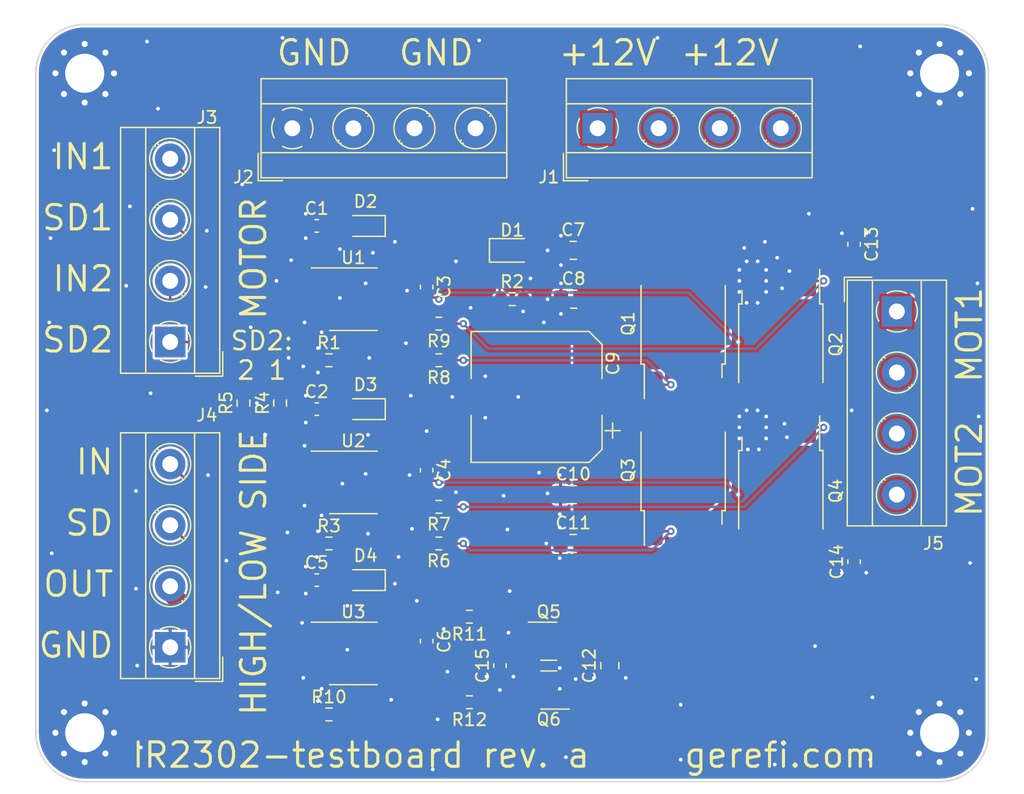
<source format=kicad_pcb>
(kicad_pcb (version 20221018) (generator pcbnew)
  (title_block (title "IR2302-testboard") (date "2023-04-14") (rev "Rev. a") (company "http://gerefi.com/"))
  (layers (0 "F.Cu" signal) (31 "B.Cu" signal) (34 "B.Paste" user) (35 "F.Paste" user) (36 "B.SilkS" user "B.Silkscreen") (37 "F.SilkS" user "F.Silkscreen") (38 "B.Mask" user) (39 "F.Mask" user) (44 "Edge.Cuts" user))
  (net 0 "")
  (net 1 "GND")
  (net 2 "+12V")
  (net 3 "Net-(D2-K)")
  (net 4 "Net-(J5-Pin_3)")
  (net 5 "Net-(D3-K)")
  (net 6 "Net-(J5-Pin_1)")
  (net 7 "Net-(D4-K)")
  (net 8 "Net-(J4-Pin_2)")
  (net 9 "Net-(D1-K)")
  (net 10 "Net-(J3-Pin_1)")
  (net 11 "Net-(J3-Pin_2)")
  (net 12 "Net-(J3-Pin_3)")
  (net 13 "Net-(J3-Pin_4)")
  (net 14 "Net-(J4-Pin_3)")
  (net 15 "Net-(J4-Pin_4)")
  (net 16 "Net-(Q1-G)")
  (net 17 "Net-(Q2-G)")
  (net 18 "Net-(Q3-G)")
  (net 19 "Net-(Q4-G)")
  (net 20 "Net-(Q5-G)")
  (net 21 "Net-(Q6-G)")
  (net 22 "Net-(U2-~{SD})")
  (net 23 "Net-(U2-HO)")
  (net 24 "Net-(U2-LO)")
  (net 25 "Net-(U1-HO)")
  (net 26 "Net-(U1-LO)")
  (net 27 "Net-(U3-HO)")
  (net 28 "Net-(U3-LO)")
  (footprint "Capacitor_SMD:C_0805_2012Metric_Pad1.18x1.45mm_HandSolder" (layer "F.Cu") (at 117 134.5 90)
    (fp_text reference "C12")
    (fp_text value "10u")
  )
  (footprint "Capacitor_SMD:C_0603_1608Metric_Pad1.08x0.95mm_HandSolder" (layer "F.Cu") (at 108 134.5 90)
    (fp_text reference "C15")
    (fp_text value "10n")
  )
  (footprint "Package_TO_SOT_SMD:TO-252-2" (layer "F.Cu") (at 123 106.5 90)
    (fp_text reference "Q1")
    (fp_text value "IRFR7440")
  )
  (footprint "Capacitor_SMD:C_0603_1608Metric_Pad1.08x0.95mm_HandSolder" (layer "F.Cu") (at 93 113.5)
    (fp_text reference "C2")
    (fp_text value "100n")
  )
  (footprint "Resistor_SMD:R_0603_1608Metric" (layer "F.Cu") (at 103 121.5 180)
    (fp_text reference "R7")
    (fp_text value "10")
  )
  (footprint "Capacitor_SMD:C_0603_1608Metric_Pad1.08x0.95mm_HandSolder" (layer "F.Cu") (at 102 132.5 -90)
    (fp_text reference "C6")
    (fp_text value "100n")
  )
  (footprint "Package_TO_SOT_SMD:TO-252-2" (layer "F.Cu") (at 131 120.2 -90)
    (fp_text reference "Q4")
    (fp_text value "IRFR7440")
  )
  (footprint "MountingHole:MountingHole_3.2mm_M3_Pad_Via" (layer "F.Cu") (at 144 140)
    (fp_text reference "H1" hide)
    (fp_text value "MountingHole_Pad")
  )
  (footprint "TerminalBlock_MetzConnect:TerminalBlock_MetzConnect_Type055_RT01504HDWU_1x04_P5.00mm_Horizontal" (layer "F.Cu") (at 116 90.5)
    (fp_text reference "J1")
    (fp_text value "Screw_Terminal_01x04")
  )
  (footprint "Capacitor_SMD:C_0603_1608Metric_Pad1.08x0.95mm_HandSolder" (layer "F.Cu") (at 102 103.5 -90)
    (fp_text reference "C3")
    (fp_text value "100n")
  )
  (footprint "Capacitor_SMD:C_0603_1608Metric_Pad1.08x0.95mm_HandSolder" (layer "F.Cu") (at 93 98.5)
    (fp_text reference "C1")
    (fp_text value "100n")
  )
  (footprint "Resistor_SMD:R_0603_1608Metric_Pad0.98x0.95mm_HandSolder" (layer "F.Cu") (at 94 138.5)
    (fp_text reference "R10")
    (fp_text value "4.7k")
  )
  (footprint "Resistor_SMD:R_0603_1608Metric_Pad0.98x0.95mm_HandSolder" (layer "F.Cu") (at 109 104.5)
    (fp_text reference "R2")
    (fp_text value "4.7k")
  )
  (footprint "TerminalBlock_MetzConnect:TerminalBlock_MetzConnect_Type055_RT01504HDWU_1x04_P5.00mm_Horizontal" (layer "F.Cu") (at 81 108 90)
    (fp_text reference "J3")
    (fp_text value "Screw_Terminal_01x04")
  )
  (footprint "LED_SMD:LED_0805_2012Metric_Pad1.15x1.40mm_HandSolder" (layer "F.Cu") (at 109 100.5)
    (fp_text reference "D1")
    (fp_text value "Green")
  )
  (footprint "MountingHole:MountingHole_3.2mm_M3_Pad_Via" (layer "F.Cu") (at 144 86)
    (fp_text reference "H2" hide)
    (fp_text value "MountingHole_Pad")
  )
  (footprint "Capacitor_SMD:C_0603_1608Metric_Pad1.08x0.95mm_HandSolder" (layer "F.Cu") (at 102 118.5 -90)
    (fp_text reference "C4")
    (fp_text value "100n")
  )
  (footprint "Capacitor_SMD:C_0805_2012Metric_Pad1.18x1.45mm_HandSolder" (layer "F.Cu") (at 114 100.5)
    (fp_text reference "C7")
    (fp_text value "10u")
  )
  (footprint "Capacitor_SMD:C_0805_2012Metric_Pad1.18x1.45mm_HandSolder" (layer "F.Cu") (at 114 120.5)
    (fp_text reference "C10")
    (fp_text value "10u")
  )
  (footprint "Resistor_SMD:R_0603_1608Metric_Pad0.98x0.95mm_HandSolder" (layer "F.Cu") (at 94 109.5)
    (fp_text reference "R1")
    (fp_text value "4.7k")
  )
  (footprint "TerminalBlock_MetzConnect:TerminalBlock_MetzConnect_Type055_RT01504HDWU_1x04_P5.00mm_Horizontal" (layer "F.Cu") (at 81 133 90)
    (fp_text reference "J4")
    (fp_text value "Screw_Terminal_01x04")
  )
  (footprint "Package_TO_SOT_SMD:SOT-23" (layer "F.Cu") (at 112 132.5)
    (fp_text reference "Q5")
    (fp_text value "AO3400A")
  )
  (footprint "Package_SO:SO-8_3.9x4.9mm_P1.27mm" (layer "F.Cu") (at 96 119.5)
    (fp_text reference "U2")
    (fp_text value "IR2302")
  )
  (footprint "Diode_SMD:D_SOD-323" (layer "F.Cu") (at 97 127.5 180)
    (fp_text reference "D4")
    (fp_text value "1N5819WS")
  )
  (footprint "TerminalBlock_MetzConnect:TerminalBlock_MetzConnect_Type055_RT01504HDWU_1x04_P5.00mm_Horizontal" (layer "F.Cu") (at 91 90.5)
    (fp_text reference "J2")
    (fp_text value "Screw_Terminal_01x04")
  )
  (footprint "Resistor_SMD:R_0603_1608Metric_Pad0.98x0.95mm_HandSolder" (layer "F.Cu") (at 90 113 90)
    (fp_text reference "R4")
    (fp_text value "0")
  )
  (footprint "Resistor_SMD:R_0603_1608Metric" (layer "F.Cu") (at 105.5 130.5 180)
    (fp_text reference "R11")
    (fp_text value "10")
  )
  (footprint "Resistor_SMD:R_0603_1608Metric_Pad0.98x0.95mm_HandSolder" (layer "F.Cu") (at 87 113 90)
    (fp_text reference "R5")
    (fp_text value "DNP")
  )
  (footprint "Diode_SMD:D_SOD-323" (layer "F.Cu") (at 97 98.5 180)
    (fp_text reference "D2")
    (fp_text value "1N5819WS")
  )
  (footprint "Resistor_SMD:R_0603_1608Metric_Pad0.98x0.95mm_HandSolder" (layer "F.Cu") (at 94 124.5)
    (fp_text reference "R3")
    (fp_text value "4.7k")
  )
  (footprint "Package_TO_SOT_SMD:TO-252-2" (layer "F.Cu") (at 123 118.5 90)
    (fp_text reference "Q3")
    (fp_text value "IRFR7440")
  )
  (footprint "Capacitor_SMD:C_0805_2012Metric_Pad1.18x1.45mm_HandSolder" (layer "F.Cu") (at 114.0375 104.5)
    (fp_text reference "C8")
    (fp_text value "10u")
  )
  (footprint "Package_SO:SO-8_3.9x4.9mm_P1.27mm" (layer "F.Cu") (at 96 133.5)
    (fp_text reference "U3")
    (fp_text value "IR2302")
  )
  (footprint "Resistor_SMD:R_0603_1608Metric" (layer "F.Cu") (at 103 109.5 180)
    (fp_text reference "R8")
    (fp_text value "10")
  )
  (footprint "Package_SO:SO-8_3.9x4.9mm_P1.27mm" (layer "F.Cu") (at 96 104.5)
    (fp_text reference "U1")
    (fp_text value "IR2302")
  )
  (footprint "Capacitor_SMD:C_0603_1608Metric_Pad1.08x0.95mm_HandSolder" (layer "F.Cu") (at 137 100 -90)
    (fp_text reference "C13")
    (fp_text value "10n")
  )
  (footprint "Package_TO_SOT_SMD:SOT-23" (layer "F.Cu") (at 112 136.5 180)
    (fp_text reference "Q6")
    (fp_text value "AO3400A")
  )
  (footprint "Diode_SMD:D_SOD-323" (layer "F.Cu") (at 97 113.5 180)
    (fp_text reference "D3")
    (fp_text value "1N5819WS")
  )
  (footprint "MountingHole:MountingHole_3.2mm_M3_Pad_Via" (layer "F.Cu") (at 74 140)
    (fp_text reference "H3" hide)
    (fp_text value "MountingHole_Pad")
  )
  (footprint "Resistor_SMD:R_0603_1608Metric" (layer "F.Cu") (at 103 124.5 180)
    (fp_text reference "R6")
    (fp_text value "10")
  )
  (footprint "Capacitor_SMD:C_0603_1608Metric_Pad1.08x0.95mm_HandSolder" (layer "F.Cu") (at 93 127.5)
    (fp_text reference "C5")
    (fp_text value "100n")
  )
  (footprint "MountingHole:MountingHole_3.2mm_M3_Pad_Via" (layer "F.Cu") (at 74 86)
    (fp_text reference "H4" hide)
    (fp_text value "MountingHole_Pad")
  )
  (footprint "Resistor_SMD:R_0603_1608Metric" (layer "F.Cu") (at 105.5 137.5 180)
    (fp_text reference "R12")
    (fp_text value "10")
  )
  (footprint "Package_TO_SOT_SMD:TO-252-2" (layer "F.Cu") (at 131 108.2 -90)
    (fp_text reference "Q2")
    (fp_text value "IRFR7440")
  )
  (footprint "Capacitor_SMD:C_0603_1608Metric_Pad1.08x0.95mm_HandSolder" (layer "F.Cu") (at 137 126 90)
    (fp_text reference "C14")
    (fp_text value "10n")
  )
  (footprint "TerminalBlock_MetzConnect:TerminalBlock_MetzConnect_Type055_RT01504HDWU_1x04_P5.00mm_Horizontal" (layer "F.Cu") (at 140.5 105.5 -90)
    (fp_text reference "J5")
    (fp_text value "Screw_Terminal_01x04")
  )
  (footprint "Resistor_SMD:R_0603_1608Metric" (layer "F.Cu") (at 103 106.5 180)
    (fp_text reference "R9")
    (fp_text value "10")
  )
  (footprint "Capacitor_SMD:C_0805_2012Metric_Pad1.18x1.45mm_HandSolder" (layer "F.Cu") (at 114 124.5)
    (fp_text reference "C11")
    (fp_text value "10u")
  )
  (footprint "Capacitor_SMD:CP_Elec_10x10.5" (layer "F.Cu") (at 111 112.5 180)
    (fp_text reference "C9")
    (fp_text value "470u")
  )
  (gr_line (start 144 82) (end 74 82) (stroke (width 0.127)) (layer "Edge.Cuts"))
  (gr_arc (start 144 82) (mid 146.828427 83.171573) (end 148 86) (stroke (width 0.127)) (layer "Edge.Cuts"))
  (gr_arc (start 74 144) (mid 71.171573 142.828427) (end 70 140) (stroke (width 0.127)) (layer "Edge.Cuts"))
  (gr_arc (start 148 140) (mid 146.828427 142.828427) (end 144 144) (stroke (width 0.127)) (layer "Edge.Cuts"))
  (gr_line (start 74 144) (end 144 144) (stroke (width 0.127)) (layer "Edge.Cuts"))
  (gr_arc (start 70 86) (mid 71.171573 83.171573) (end 74 82) (stroke (width 0.127)) (layer "Edge.Cuts"))
  (gr_line (start 70 86) (end 70 140) (stroke (width 0.127)) (layer "Edge.Cuts"))
  (gr_line (start 148 140) (end 148 86) (stroke (width 0.127)) (layer "Edge.Cuts"))
  (gr_text "GND" (at 96 85.5) (layer "F.SilkS") (effects (font (size 2 2) (thickness 0.25)) (justify right bottom)))
  (gr_text "MOT2" (at 147.606585 114.346857 90) (layer "F.SilkS") (effects (font (size 2 2) (thickness 0.25)) (justify right bottom)))
  (gr_text "GND" (at 106 85.5) (layer "F.SilkS") (effects (font (size 2 2) (thickness 0.25)) (justify right bottom)))
  (gr_text "SD" (at 76.5 124) (layer "F.SilkS") (effects (font (size 2 2) (thickness 0.25)) (justify right bottom)))
  (gr_text "IN" (at 76.5 119) (layer "F.SilkS") (effects (font (size 2 2) (thickness 0.25)) (justify right bottom)))
  (gr_text "OUT" (at 76.5 129) (layer "F.SilkS") (effects (font (size 2 2) (thickness 0.25)) (justify right bottom)))
  (gr_text "SD2" (at 76.5 109) (layer "F.SilkS") (effects (font (size 2 2) (thickness 0.25)) (justify right bottom)))
  (gr_text "MOT1" (at 147.606585 103.346857 90) (layer "F.SilkS") (effects (font (size 2 2) (thickness 0.25)) (justify right bottom)))
  (gr_text "IN1" (at 76.5 94) (layer "F.SilkS") (effects (font (size 2 2) (thickness 0.25)) (justify right bottom)))
  (gr_text "SD2:\n2 1" (at 88.5 111.2) (layer "F.SilkS") (effects (font (size 1.5 1.5) (thickness 0.2)) (justify bottom)))
  (gr_text "GND" (at 76.5 134) (layer "F.SilkS") (effects (font (size 2 2) (thickness 0.25)) (justify right bottom)))
  (gr_text "IN2" (at 76.5 104) (layer "F.SilkS") (effects (font (size 2 2) (thickness 0.25)) (justify right bottom)))
  (gr_text "+12V" (at 131 85.5) (layer "F.SilkS") (effects (font (size 2 2) (thickness 0.25)) (justify right bottom)))
  (gr_text "+12V" (at 121 85.5) (layer "F.SilkS") (effects (font (size 2 2) (thickness 0.25)) (justify right bottom)))
  (gr_text "MOTOR" (at 89 96 90) (layer "F.SilkS") (effects (font (size 2 2) (thickness 0.25)) (justify right bottom)))
  (gr_text "HIGH/LOW SIDE" (at 89 115 90) (layer "F.SilkS") (effects (font (size 2 2) (thickness 0.25)) (justify right bottom)))
  (gr_text "SD1" (at 76.5 99) (layer "F.SilkS") (effects (font (size 2 2) (thickness 0.25)) (justify right bottom)))
  (gr_text "gerefi.com" (at 139 143) (layer "F.SilkS") (effects (font (size 2 2) (thickness 0.25)) (justify right bottom)))
  (gr_text "IR2302-testboard rev. a" (at 115.5 143) (layer "F.SilkS") (effects (font (size 2 2) (thickness 0.25)) (justify right bottom)))
  (via (at 129.8 115.9) (size 0.6) (drill 0.3) (layers "F.Cu" "B.Cu") (net 1))
  (via (at 93.4 122.2) (size 0.6) (drill 0.3) (layers "F.Cu" "B.Cu") (net 1))
  (via (at 138 99.1) (size 0.6) (drill 0.3) (layers "F.Cu" "B.Cu") (net 1))
  (via (at 100.7 112.4) (size 0.6) (drill 0.3) (layers "F.Cu" "B.Cu") (net 1))
  (via (at 84.1 118.9) (size 0.6) (drill 0.3) (layers "F.Cu" "B.Cu") (net 1))
  (via (at 95.5 129.6) (size 0.6) (drill 0.3) (layers "F.Cu" "B.Cu") (net 1))
  (via (at 77.7 96.9) (size 0.6) (drill 0.3) (layers "F.Cu" "B.Cu") (net 1))
  (via (at 106.3 83.3) (size 0.6) (drill 0.3) (layers "F.Cu" "B.Cu") (net 1))
  (via (at 113 101.7) (size 0.6) (drill 0.3) (layers "F.Cu" "B.Cu") (net 1))
  (via (at 102 115.3) (size 0.6) (drill 0.3) (layers "F.Cu" "B.Cu") (net 1))
  (via (at 92.1 128.6) (size 0.6) (drill 0.3) (layers "F.Cu" "B.Cu") (net 1))
  (via (at 108.8 128.4) (size 0.6) (drill 0.3) (layers "F.Cu" "B.Cu") (net 1))
  (via (at 127.6 114.1) (size 0.6) (drill 0.3) (layers "F.Cu" "B.Cu") (net 1))
  (via (at 138 126.9) (size 0.6) (drill 0.3) (layers "F.Cu" "B.Cu") (net 1))
  (via (at 89.8 128.5) (size 0.6) (drill 0.3) (layers "F.Cu" "B.Cu") (net 1))
  (via (at 129.8 114.1) (size 0.6) (drill 0.3) (layers "F.Cu" "B.Cu") (net 1))
  (via (at 91.9 110) (size 0.6) (drill 0.3) (layers "F.Cu" "B.Cu") (net 1))
  (via (at 90.6 123.6) (size 0.6) (drill 0.3) (layers "F.Cu" "B.Cu") (net 1))
  (via (at 97 103.2) (size 0.6) (drill 0.3) (layers "F.Cu" "B.Cu") (net 1))
  (via (at 93.4 136.4) (size 0.6) (drill 0.3) (layers "F.Cu" "B.Cu") (net 1))
  (via (at 92.1 126.4) (size 0.6) (drill 0.3) (layers "F.Cu" "B.Cu") (net 1))
  (via (at 92.1 114.6) (size 0.6) (drill 0.3) (layers "F.Cu" "B.Cu") (net 1))
  (via (at 108.612116 123.356209) (size 0.6) (drill 0.3) (layers "F.Cu" "B.Cu") (net 1))
  (via (at 108.7 131.8) (size 0.6) (drill 0.3) (layers "F.Cu" "B.Cu") (net 1))
  (via (at 77.4 103.4) (size 0.6) (drill 0.3) (layers "F.Cu" "B.Cu") (net 1))
  (via (at 128.2 101.4) (size 0.6) (drill 0.3) (layers "F.Cu" "B.Cu") (net 1))
  (via (at 138.3 142.2) (size 0.6) (drill 0.3) (layers "F.Cu" "B.Cu") (net 1))
  (via (at 129.1 113.6) (size 0.6) (drill 0.3) (layers "F.Cu" "B.Cu") (net 1))
  (via (at 112.9 136.4) (size 0.6) (drill 0.3) (layers "F.Cu" "B.Cu") (net 1))
  (via (at 133.3 97.5) (size 0.6) (drill 0.3) (layers "F.Cu" "B.Cu") (net 1))
  (via (at 71.5 92.3) (size 0.6) (drill 0.3) (layers "F.Cu" "B.Cu") (net 1))
  (via (at 93.1 108.5) (size 0.6) (drill 0.3) (layers "F.Cu" "B.Cu") (net 1))
  (via (at 130.7 101.1) (size 0.6) (drill 0.3) (layers "F.Cu" "B.Cu") (net 1))
  (via (at 93 125.6) (size 0.6) (drill 0.3) (layers "F.Cu" "B.Cu") (net 1))
  (via (at 103.4 131.5) (size 0.6) (drill 0.3) (layers "F.Cu" "B.Cu") (net 1))
  (via (at 90.9 101.3) (size 0.6) (drill 0.3) (layers "F.Cu" "B.Cu") (net 1))
  (via (at 90.2 83.1) (size 0.6) (drill 0.3) (layers "F.Cu" "B.Cu") (net 1))
  (via (at 85.6 125.9) (size 0.6) (drill 0.3) (layers "F.Cu" "B.Cu") (net 1))
  (via (at 111.6 106.4) (size 0.6) (drill 0.3) (layers "F.Cu" "B.Cu") (net 1))
  (via (at 92.1 112.4) (size 0.6) (drill 0.3) (layers "F.Cu" "B.Cu") (net 1))
  (via (at 127.6 103) (size 0.6) (drill 0.3) (layers "F.Cu" "B.Cu") (net 1))
  (via (at 93.1 123.5) (size 0.6) (drill 0.3) (layers "F.Cu" "B.Cu") (net 1))
  (via (at 83.9 103.5) (size 0.6) (drill 0.3) (layers "F.Cu" "B.Cu") (net 1))
  (via (at 136.8 113.6) (size 0.6) (drill 0.3) (layers "F.Cu" "B.Cu") (net 1))
  (via (at 92 106.4) (size 0.6) (drill 0.3) (layers "F.Cu" "B.Cu") (net 1))
  (via (at 127.6 103.9) (size 0.6) (drill 0.3) (layers "F.Cu" "B.Cu") (net 1))
  (via (at 118.3 135.5) (size 0.6) (drill 0.3) (layers "F.Cu" "B.Cu") (net 1))
  (via (at 129.7 99.8) (size 0.6) (drill 0.3) (layers "F.Cu" "B.Cu") (net 1))
  (via (at 84 98.9) (size 0.6) (drill 0.3) (layers "F.Cu" "B.Cu") (net 1))
  (via (at 128.2 113.6) (size 0.6) (drill 0.3) (layers "F.Cu" "B.Cu") (net 1))
  (via (at 127.6 115) (size 0.6) (drill 0.3) (layers "F.Cu" "B.Cu") (net 1))
  (via (at 94.9 104.4) (size 0.6) (drill 0.3) (layers "F.Cu" "B.Cu") (net 1))
  (via (at 110.5 102.8) (size 0.6) (drill 0.3) (layers "F.Cu" "B.Cu") (net 1))
  (via (at 112.9 118.9) (size 0.6) (drill 0.3) (layers "F.Cu" "B.Cu") (net 1))
  (via (at 106.8 114.2) (size 0.6) (drill 0.3) (layers "F.Cu" "B.Cu") (net 1))
  (via (at 129.1 101.4) (size 0.6) (drill 0.3) (layers "F.Cu" "B.Cu") (net 1))
  (via (at 93.4 107.2) (size 0.6) (drill 0.3) (layers "F.Cu" "B.Cu") (net 1))
  (via (at 91.8 131) (size 0.6) (drill 0.3) (layers "F.Cu" "B.Cu") (net 1))
  (via (at 78.2 120.2) (size 0.6) (drill 0.3) (layers "F.Cu" "B.Cu") (net 1))
  (via (at 100.3 108.1) (size 0.6) (drill 0.3) (layers "F.Cu" "B.Cu") (net 1))
  (via (at 128.3 116.8) (size 0.6) (drill 0.3) (layers "F.Cu" "B.Cu") (net 1))
  (via (at 111.2 118.7) (size 0.6) (drill 0.3) (layers "F.Cu" "B.Cu") (net 1))
  (via (at 147 135.6) (size 0.6) (drill 0.3) (layers "F.Cu" "B.Cu") (net 1))
  (via (at 102.5 143) (size 0.6) (drill 0.3) (layers "F.Cu" "B.Cu") (net 1))
  (via (at 86.9 95.1) (size 0.6) (drill 0.3) (layers "F.Cu" "B.Cu") (net 1))
  (via (at 79.4 112.2) (size 0.6) (drill 0.3) (layers "F.Cu" "B.Cu") (net 1))
  (via (at 95.5 133.2) (size 0.6) (drill 0.3) (layers "F.Cu" "B.Cu") (net 1))
  (via (at 108.3 120.6) (size 0.6) (drill 0.3) (layers "F.Cu" "B.Cu") (net 1))
  (via (at 136 99.1) (size 0.6) (drill 0.3) (layers "F.Cu" "B.Cu") (net 1))
  (via (at 146.5 126.1) (size 0.6) (drill 0.3) (layers "F.Cu" "B.Cu") (net 1))
  (via (at 112.9 122.1) (size 0.6) (drill 0.3) (layers "F.Cu" "B.Cu") (net 1))
  (via (at 99.1 137.3) (size 0.6) (drill 0.3) (layers "F.Cu" "B.Cu") (net 1))
  (via (at 122.8 142.2) (size 0.6) (drill 0.3) (layers "F.Cu" "B.Cu") (net 1))
  (via (at 113.4 142) (size 0.6) (drill 0.3) (layers "F.Cu" "B.Cu") (net 1))
  (via (at 97.3 109.3) (size 0.6) (drill 0.3) (layers "F.Cu" "B.Cu") (net 1))
  (via (at 78.2 128.2) (size 0.6) (drill 0.3) (layers "F.Cu" "B.Cu") (net 1))
  (via (at 138.5 137.1) (size 0.6) (drill 0.3) (layers "F.Cu" "B.Cu") (net 1))
  (via (at 100.6 118.9) (size 0.6) (drill 0.3) (layers "F.Cu" "B.Cu") (net 1))
  (via (at 92.1 97.5) (size 0.6) (drill 0.3) (layers "F.Cu" "B.Cu") (net 1))
  (via (at 92 116.5) (size 0.6) (drill 0.3) (layers "F.Cu" "B.Cu") (net 1))
  (via (at 112.9 134.7) (size 0.6) (drill 0.3) (layers "F.Cu" "B.Cu") (net 1))
  (via (at 114.2 135.6) (size 0.6) (drill 0.3) (layers "F.Cu" "B.Cu") (net 1))
  (via (at 131.5 115.8) (size 0.6) (drill 0.3) (layers "F.Cu" "B.Cu") (net 1))
  (via (at 87.6 106.8) (size 0.6) (drill 0.3) (layers "F.Cu" "B.Cu") (net 1))
  (via (at 89.7 103) (size 0.6) (drill 0.3) (layers "F.Cu" "B.Cu") (net 1))
  (via (at 131.1 103.6) (size 0.6) (drill 0.3) (layers "F.Cu" "B.Cu") (net 1))
  (via (at 71.2 99.5) (size 0.6) (drill 0.3) (layers "F.Cu" "B.Cu") (net 1))
  (via (at 93.1 137.4) (size 0.6) (drill 0.3) (layers "F.Cu" "B.Cu") (net 1))
  (via (at 92.1 99.5) (size 0.6) (drill 0.3) (layers "F.Cu" "B.Cu") (net 1))
  (via (at 97.6 100.7) (size 0.6) (drill 0.3) (layers "F.Cu" "B.Cu") (net 1))
  (via (at 106.9 135.4) (size 0.6) (drill 0.3) (layers "F.Cu" "B.Cu") (net 1))
  (via (at 130.5 142.6) (size 0.6) (drill 0.3) (layers "F.Cu" "B.Cu") (net 1))
  (via (at 104.4 101.4) (size 0.6) (drill 0.3) (layers "F.Cu" "B.Cu") (net 1))
  (via (at 137.5 83.8) (size 0.6) (drill 0.3) (layers "F.Cu" "B.Cu") (net 1))
  (via (at 103.7 135) (size 0.6) (drill 0.3) (layers "F.Cu" "B.Cu") (net 1))
  (via (at 113 103.2) (size 0.6) (drill 0.3) (layers "F.Cu" "B.Cu") (net 1))
  (via (at 127.6 115.9) (size 0.6) (drill 0.3) (layers "F.Cu" "B.Cu") (net 1))
  (via (at 113 105.7) (size 0.6) (drill 0.3) (layers "F.Cu" "B.Cu") (net 1))
  (via (at 97.2 115.6) (size 0.6) (drill 0.3) (layers "F.Cu" "B.Cu") (net 1))
  (via (at 108 136.5) (size 0.6) (drill 0.3) (layers "F.Cu" "B.Cu") (net 1))
  (via (at 94.9 100.4) (size 0.6) (drill 0.3) (layers "F.Cu" "B.Cu") (net 1))
  (via (at 90.7 109.3) (size 0.6) (drill 0.3) (layers "F.Cu" "B.Cu") (net 1))
  (via (at 109.1 135.4) (size 0.6) (drill 0.3) (layers "F.Cu" "B.Cu") (net 1))
  (via (at 109.5 112.5) (size 0.6) (drill 0.3) (layers "F.Cu" "B.Cu") (net 1))
  (via (at 111.9 104.5) (size 0.6) (drill 0.3) (layers "F.Cu" "B.Cu") (net 1))
  (via (at 147.2 114.1) (size 0.6) (drill 0.3) (layers "F.Cu" "B.Cu") (net 1))
  (via (at 99.4 127.8) (size 0.6) (drill 0.3) (layers "F.Cu" "B.Cu") (net 1))
  (via (at 113 99.3) (size 0.6) (drill 0.3) (layers "F.Cu" "B.Cu") (net 1))
  (via (at 131.7 102.2) (size 0.6) (drill 0.3) (layers "F.Cu" "B.Cu") (net 1))
  (via (at 128.2 104.8) (size 0.6) (drill 0.3) (layers "F.Cu" "B.Cu") (net 1))
  (via (at 122.8 137.7) (size 0.6) (drill 0.3) (layers "F.Cu" "B.Cu") (net 1))
  (via (at 101.2 129.2) (size 0.6) (drill 0.3) (layers "F.Cu" "B.Cu") (net 1))
  (via (at 136 126.9) (size 0.6) (drill 0.3) (layers "F.Cu" "B.Cu") (net 1))
  (via (at 111.9 100.5) (size 0.6) (drill 0.3) (layers "F.Cu" "B.Cu") (net 1))
  (via (at 102.9 138.9) (size 0.6) (drill 0.3) (layers "F.Cu" "B.Cu") (net 1))
  (via (at 111.9 120.4) (size 0.6) (drill 0.3) (layers "F.Cu" "B.Cu") (net 1))
  (via (at 99.7 125.6) (size 0.6) (drill 0.3) (layers "F.Cu" "B.Cu") (net 1))
  (via (at 78.6 141.2) (size 0.6) (drill 0.3) (layers "F.Cu" "B.Cu") (net 1))
  (via (at 133.8 132.9) (size 0.6) (drill 0.3) (layers "F.Cu" "B.Cu") (net 1))
  (via (at 146.7 97.1) (size 0.6) (drill 0.3) (layers "F.Cu" "B.Cu") (net 1))
  (via (at 109.9 105.5) (size 0.6) (drill 0.3) (layers "F.Cu" "B.Cu") (net 1))
  (via (at 104.1 112.5) (size 0.6) (drill 0.3) (layers "F.Cu" "B.Cu") (net 1))
  (via (at 99.4 99.8) (size 0.6) (drill 0.3) (layers "F.Cu" "B.Cu") (net 1))
  (via (at 105.6 105.2) (size 0.6) (drill 0.3) (layers "F.Cu" "B.Cu") (net 1))
  (via (at 112.9 125.7) (size 0.6) (drill 0.3) (layers "F.Cu" "B.Cu") (net 1))
  (via (at 95.1 119.6) (size 0.6) (drill 0.3) (layers "F.Cu" "B.Cu") (net 1))
  (via (at 131.3 114.7) (size 0.6) (drill 0.3) (layers "F.Cu" "B.Cu") (net 1))
  (via (at 115.7 135.5) (size 0.6) (drill 0.3) (layers "F.Cu" "B.Cu") (net 1))
  (via (at 88.8 115.6) (size 0.6) (drill 0.3) (layers "F.Cu" "B.Cu") (net 1))
  (via (at 92 121.4) (size 0.6) (drill 0.3) (layers "F.Cu" "B.Cu") (net 1))
  (via (at 71.3 125.3) (size 0.6) (drill 0.3) (layers "F.Cu" "B.Cu") (net 1))
  (via (at 78.3 134.5) (size 0.6) (drill 0.3) (layers "F.Cu" "B.Cu") (net 1))
  (via (at 147.1 103.2) (size 0.6) (drill 0.3) (layers "F.Cu" "B.Cu") (net 1))
  (via (at 129.8 115) (size 0.6) (drill 0.3) (layers "F.Cu" "B.Cu") (net 1))
  (via (at 129.2 116.8) (size 0.6) (drill 0.3) (layers "F.Cu" "B.Cu") (net 1))
  (via (at 112.9 123.2) (size 0.6) (drill 0.3) (layers "F.Cu" "B.Cu") (net 1))
  (via (at 111.8 124.5) (size 0.6) (drill 0.3) (layers "F.Cu" "B.Cu") (net 1))
  (via (at 91.9 135.5) (size 0.6) (drill 0.3) (layers "F.Cu" "B.Cu") (net 1))
  (via (at 129.8 103) (size 0.6) (drill 0.3) (layers "F.Cu" "B.Cu") (net 1))
  (via (at 128 100.3) (size 0.6) (drill 0.3) (layers "F.Cu" "B.Cu") (net 1))
  (via (at 120.9 83.1) (size 0.6) (drill 0.3) (layers "F.Cu" "B.Cu") (net 1))
  (via (at 88.1 113) (size 0.6) (drill 0.3) (layers "F.Cu" "B.Cu") (net 1))
  (via (at 129.8 102.1) (size 0.6) (drill 0.3) (layers "F.Cu" "B.Cu") (net 1))
  (via (at 127.6 102.1) (size 0.6) (drill 0.3) (layers "F.Cu" "B.Cu") (net 1))
  (via (at 79.1 83.4) (size 0.6) (drill 0.3) (layers "F.Cu" "B.Cu") (net 1))
  (via (at 93.1 110.5) (size 0.6) (drill 0.3) (layers "F.Cu" "B.Cu") (net 1))
  (via (at 106.8 110.8) (size 0.6) (drill 0.3) (layers "F.Cu" "B.Cu") (net 1))
  (via (at 71.1 106.4) (size 0.6) (drill 0.3) (layers "F.Cu" "B.Cu") (net 1))
  (via (at 100.4 103.8) (size 0.6) (drill 0.3) (layers "F.Cu" "B.Cu") (net 1))
  (via (at 97 118.8) (size 0.6) (drill 0.3) (layers "F.Cu" "B.Cu") (net 1))
  (via (at 80 88.9) (size 0.6) (drill 0.3) (layers "F.Cu" "B.Cu") (net 1))
  (via (at 97.2 123.7) (size 0.6) (drill 0.3) (layers "F.Cu" "B.Cu") (net 1))
  (via (at 100.8 123.3) (size 0.6) (drill 0.3) (layers "F.Cu" "B.Cu") (net 1))
  (via (at 70.9 113.6) (size 0.6) (drill 0.3) (layers "F.Cu" "B.Cu") (net 1))
  (via (at 129.8 103.9) (size 0.6) (drill 0.3) (layers "F.Cu" "B.Cu") (net 1))
  (via (at 104.4 120.3) (size 0.6) (drill 0.3) (layers "F.Cu" "B.Cu") (net 1))
  (via (at 129.1 104.8) (size 0.6) (drill 0.3) (layers "F.Cu" "B.Cu") (net 1))
  (segment (start 93.8625 98.5) (end 93.425 98.9375) (width 0.5) (layer "F.Cu") (net 2))
  (segment (start 115.075 104.285757) (end 115.075 104.5) (width 0.5) (layer "F.Cu") (net 2))
  (segment (start 93.425 113.9375) (end 93.425 117.595) (width 0.5) (layer "F.Cu") (net 2))
  (segment (start 95.95 113.5) (end 95.95 98.5) (width 0.5) (layer "F.Cu") (net 2))
  (segment (start 95.95 127.5) (end 95.95 113.5) (width 0.5) (layer "F.Cu") (net 2))
  (segment (start 93.425 98.9375) (end 93.425 102.595) (width 0.5) (layer "F.Cu") (net 2))
  (segment (start 95.95 98.5) (end 93.8625 98.5) (width 0.5) (layer "F.Cu") (net 2))
  (segment (start 110.025 100.5) (end 107.4 97.875) (width 0.5) (layer "F.Cu") (net 2))
  (segment (start 93.8625 127.5) (end 95.95 127.5) (width 0.5) (layer "F.Cu") (net 2))
  (segment (start 107.4 97.875) (end 96.575 97.875) (width 0.5) (layer "F.Cu") (net 2))
  (segment (start 110.025 100.5) (end 112.0255 102.5005) (width 0.5) (layer "F.Cu") (net 2))
  (segment (start 93.425 131.595) (end 93.425 127.9375) (width 0.5) (layer "F.Cu") (net 2))
  (segment (start 113.289743 102.5005) (end 115.075 104.285757) (width 0.5) (layer "F.Cu") (net 2))
  (segment (start 96.575 97.875) (end 95.95 98.5) (width 0.5) (layer "F.Cu") (net 2))
  (segment (start 93.425 127.9375) (end 93.8625 127.5) (width 0.5) (layer "F.Cu") (net 2))
  (segment (start 95.95 113.5) (end 93.8625 113.5) (width 0.5) (layer "F.Cu") (net 2))
  (segment (start 93.8625 113.5) (end 93.425 113.9375) (width 0.5) (layer "F.Cu") (net 2))
  (segment (start 112.0255 102.5005) (end 113.289743 102.5005) (width 0.5) (layer "F.Cu") (net 2))
  (segment (start 98.05 98.5) (end 98.575 99.025) (width 0.2) (layer "F.Cu") (net 3))
  (segment (start 101.9575 102.595) (end 102 102.6375) (width 0.2) (layer "F.Cu") (net 3))
  (segment (start 98.575 99.025) (end 98.575 102.595) (width 0.2) (layer "F.Cu") (net 3))
  (segment (start 98.575 102.595) (end 101.9575 102.595) (width 0.2) (layer "F.Cu") (net 3))
  (segment (start 98.575 120.135) (end 101.2275 120.135) (width 0.2) (layer "F.Cu") (net 4))
  (segment (start 102 119.3625) (end 102.8625 119.3625) (width 0.2) (layer "F.Cu") (net 4))
  (segment (start 125.28 123.54) (end 129.07 123.54) (width 3) (layer "F.Cu") (net 4))
  (segment (start 125.28 123.54) (end 125.72 123.54) (width 3) (layer "F.Cu") (net 4))
  (segment (start 125.72 123.54) (end 129.475 119.785) (width 3) (layer "F.Cu") (net 4))
  (segment (start 102.8625 119.3625) (end 103 119.5) (width 0.2) (layer "F.Cu") (net 4))
  (segment (start 129.07 123.54) (end 129.475 123.135) (width 3) (layer "F.Cu") (net 4))
  (segment (start 101.2275 120.135) (end 102 119.3625) (width 0.2) (layer "F.Cu") (net 4))
  (via (at 127.5 120.5) (size 0.6) (drill 0.3) (layers "F.Cu" "B.Cu") (net 4))
  (via (at 103 119.5) (size 0.6) (drill 0.3) (layers "F.Cu" "B.Cu") (net 4))
  (segment (start 126.5 119.5) (end 127.5 120.5) (width 0.2) (layer "B.Cu") (net 4))
  (segment (start 103 119.5) (end 126.5 119.5) (width 0.2) (layer "B.Cu") (net 4))
  (segment (start 98.575 114.025) (end 98.575 117.595) (width 0.2) (layer "F.Cu") (net 5))
  (segment (start 98.575 117.595) (end 101.9575 117.595) (width 0.2) (layer "F.Cu") (net 5))
  (segment (start 101.9575 117.595) (end 102 117.6375) (width 0.2) (layer "F.Cu") (net 5))
  (segment (start 98.05 113.5) (end 98.575 114.025) (width 0.2) (layer "F.Cu") (net 5))
  (segment (start 138.5 105.5) (end 140.5 105.5) (width 1) (layer "F.Cu") (net 6))
  (segment (start 137 100.8625) (end 137 104) (width 1) (layer "F.Cu") (net 6))
  (segment (start 125.72 111.54) (end 129.475 107.785) (width 3) (layer "F.Cu") (net 6))
  (segment (start 102.8625 104.3625) (end 103 104.5) (width 0.2) (layer "F.Cu") (net 6))
  (segment (start 98.575 105.135) (end 101.2275 105.135) (width 0.2) (layer "F.Cu") (net 6))
  (segment (start 101.2275 105.135) (end 102 104.3625) (width 0.2) (layer "F.Cu") (net 6))
  (segment (start 125.28 111.54) (end 125.72 111.54) (width 3) (layer "F.Cu") (net 6))
  (segment (start 137 104) (end 138.5 105.5) (width 1) (layer "F.Cu") (net 6))
  (segment (start 102 104.3625) (end 102.8625 104.3625) (width 0.2) (layer "F.Cu") (net 6))
  (segment (start 129.07 111.54) (end 129.475 111.135) (width 3) (layer "F.Cu") (net 6))
  (segment (start 125.28 111.54) (end 129.07 111.54) (width 3) (layer "F.Cu") (net 6))
  (via (at 127.5 108) (size 0.6) (drill 0.3) (layers "F.Cu" "B.Cu") (net 6))
  (via (at 103 104.5) (size 0.6) (drill 0.3) (layers "F.Cu" "B.Cu") (net 6))
  (segment (start 103.5495 103.9505) (end 123.4505 103.9505) (width 0.2) (layer "B.Cu") (net 6))
  (segment (start 123.4505 103.9505) (end 127.5 108) (width 0.2) (layer "B.Cu") (net 6))
  (segment (start 103 104.5) (end 103.5495 103.9505) (width 0.2) (layer "B.Cu") (net 6))
  (segment (start 101.9575 131.595) (end 102 131.6375) (width 0.2) (layer "F.Cu") (net 7))
  (segment (start 98.575 131.595) (end 101.9575 131.595) (width 0.2) (layer "F.Cu") (net 7))
  (segment (start 98.05 127.5) (end 98.575 128.025) (width 0.2) (layer "F.Cu") (net 7))
  (segment (start 98.575 128.025) (end 98.575 131.595) (width 0.2) (layer "F.Cu") (net 7))
  (segment (start 101.2275 134.135) (end 102 133.3625) (width 1.5) (layer "F.Cu") (net 8))
  (segment (start 111.0625 133.45) (end 111.0625 136.5) (width 1.5) (layer "F.Cu") (net 8))
  (segment (start 96.8 134.765) (end 97.43 134.135) (width 1.5) (layer "F.Cu") (net 8))
  (segment (start 81 128) (end 81 128.508668) (width 1.5) (layer "F.Cu") (net 8))
  (segment (start 107.725 133.3625) (end 108 133.6375) (width 1.5) (layer "F.Cu") (net 8))
  (segment (start 95.605 140) (end 96.8 138.805) (width 1.5) (layer "F.Cu") (net 8))
  (segment (start 110.875 133.6375) (end 111.0625 133.45) (width 1.5) (layer "F.Cu") (net 8))
  (segment (start 81 128.508668) (end 92.491332 140) (width 1.5) (layer "F.Cu") (net 8))
  (segment (start 102 133.3625) (end 107.725 133.3625) (width 1.5) (layer "F.Cu") (net 8))
  (segment (start 96.8 138.805) (end 96.8 134.765) (width 1.5) (layer "F.Cu") (net 8))
  (segment (start 98.575 134.135) (end 101.2275 134.135) (width 1.5) (layer "F.Cu") (net 8))
  (segment (start 108 133.6375) (end 110.875 133.6375) (width 1.5) (layer "F.Cu") (net 8))
  (segment (start 92.491332 140) (end 95.605 140) (width 1.5) (layer "F.Cu") (net 8))
  (segment (start 97.43 134.135) (end 98.575 134.135) (width 1.5) (layer "F.Cu") (net 8))
  (segment (start 107.975 100.5) (end 107.975 104.3875) (width 0.2) (layer "F.Cu") (net 9))
  (segment (start 107.975 104.3875) (end 108.0875 104.5) (width 0.2) (layer "F.Cu") (net 9))
  (segment (start 87 112.0875) (end 82.9125 108) (width 0.2) (layer "F.Cu") (net 10))
  (segment (start 82.9125 108) (end 81 108) (width 0.2) (layer "F.Cu") (net 10))
  (segment (start 90.5 113) (end 91 113.5) (width 0.2) (layer "F.Cu") (net 11))
  (segment (start 91 118) (end 91.865 118.865) (width 0.2) (layer "F.Cu") (net 11))
  (segment (start 81 104.439429) (end 89.560571 113) (width 0.2) (layer "F.Cu") (net 11))
  (segment (start 81 103) (end 81 104.439429) (width 0.2) (layer "F.Cu") (net 11))
  (segment (start 91 113.5) (end 91 118) (width 0.2) (layer "F.Cu") (net 11))
  (segment (start 89.560571 113) (end 90.5 113) (width 0.2) (layer "F.Cu") (net 11))
  (segment (start 91.865 118.865) (end 93.425 118.865) (width 0.2) (layer "F.Cu") (net 11))
  (segment (start 94.9125 105.9125) (end 94.9125 109.5) (width 0.2) (layer "F.Cu") (net 12))
  (segment (start 88.135 105.135) (end 93.425 105.135) (width 0.2) (layer "F.Cu") (net 12))
  (segment (start 94.135 105.135) (end 94.9125 105.9125) (width 0.2) (layer "F.Cu") (net 12))
  (segment (start 81 98) (end 88.135 105.135) (width 0.2) (layer "F.Cu") (net 12))
  (segment (start 94.9125 109.5) (end 92.562 111.8505) (width 0.2) (layer "F.Cu") (net 12))
  (segment (start 90.237 111.8505) (end 90 112.0875) (width 0.2) (layer "F.Cu") (net 12))
  (segment (start 92.562 111.8505) (end 90.237 111.8505) (width 0.2) (layer "F.Cu") (net 12))
  (segment (start 93.425 105.135) (end 94.135 105.135) (width 0.2) (layer "F.Cu") (net 12))
  (segment (start 81 93) (end 91.865 103.865) (width 0.2) (layer "F.Cu") (net 13))
  (segment (start 91.865 103.865) (end 93.425 103.865) (width 0.2) (layer "F.Cu") (net 13))
  (segment (start 81 123) (end 92.135 134.135) (width 0.2) (layer "F.Cu") (net 14))
  (segment (start 92.135 134.135) (end 93.425 134.135) (width 0.2) (layer "F.Cu") (net 14))
  (segment (start 94.9125 134.932158) (end 94.9125 138.5) (width 0.2) (layer "F.Cu") (net 14))
  (segment (start 94.115342 134.135) (end 94.9125 134.932158) (width 0.2) (layer "F.Cu") (net 14))
  (segment (start 93.425 134.135) (end 94.115342 134.135) (width 0.2) (layer "F.Cu") (net 14))
  (segment (start 81 118) (end 86.5 123.5) (width 0.2) (layer "F.Cu") (net 15))
  (segment (start 86.5 128) (end 91.365 132.865) (width 0.2) (layer "F.Cu") (net 15))
  (segment (start 91.365 132.865) (end 93.425 132.865) (width 0.2) (layer "F.Cu") (net 15))
  (segment (start 86.5 123.5) (end 86.5 128) (width 0.2) (layer "F.Cu") (net 15))
  (segment (start 103.825 109.5) (end 105 109.5) (width 0.2) (layer "F.Cu") (net 16))
  (segment (start 120.76 111.5) (end 120.72 111.54) (width 0.2) (layer "F.Cu") (net 16))
  (segment (start 122 111.5) (end 120.76 111.5) (width 0.2) (layer "F.Cu") (net 16))
  (via (at 122 111.5) (size 0.6) (drill 0.3) (layers "F.Cu" "B.Cu") (net 16))
  (via (at 105 109.5) (size 0.6) (drill 0.3) (layers "F.Cu" "B.Cu") (net 16))
  (segment (start 120 109.5) (end 122 111.5) (width 0.2) (layer "B.Cu") (net 16))
  (segment (start 105 109.5) (end 120 109.5) (width 0.2) (layer "B.Cu") (net 16))
  (segment (start 134.5 103) (end 133.44 103) (width 0.2) (layer "F.Cu") (net 17))
  (segment (start 133.44 103) (end 133.28 103.16) (width 0.2) (layer "F.Cu") (net 17))
  (segment (start 103.825 106.5) (end 105 106.5) (width 0.2) (layer "F.Cu") (net 17))
  (via (at 105 106.5) (size 0.6) (drill 0.3) (layers "F.Cu" "B.Cu") (net 17))
  (via (at 134.5 103) (size 0.6) (drill 0.3) (layers "F.Cu" "B.Cu") (net 17))
  (segment (start 128.9505 108.5495) (end 134.5 103) (width 0.2) (layer "B.Cu") (net 17))
  (segment (start 107.0495 108.5495) (end 128.9505 108.5495) (width 0.2) (layer "B.Cu") (net 17))
  (segment (start 105 106.5) (end 107.0495 108.5495) (width 0.2) (layer "B.Cu") (net 17))
  (segment (start 122 123.5) (end 120.76 123.5) (width 0.2) (layer "F.Cu") (net 18))
  (segment (start 120.76 123.5) (end 120.72 123.54) (width 0.2) (layer "F.Cu") (net 18))
  (segment (start 103.825 124.5) (end 105 124.5) (width 0.2) (layer "F.Cu") (net 18))
  (via (at 122 123.5) (size 0.6) (drill 0.3) (layers "F.Cu" "B.Cu") (net 18))
  (via (at 105 124.5) (size 0.6) (drill 0.3) (layers "F.Cu" "B.Cu") (net 18))
  (segment (start 120.4505 125.0495) (end 122 123.5) (width 0.2) (layer "B.Cu") (net 18))
  (segment (start 105.5495 125.0495) (end 120.4505 125.0495) (width 0.2) (layer "B.Cu") (net 18))
  (segment (start 105 124.5) (end 105.5495 125.0495) (width 0.2) (layer "B.Cu") (net 18))
  (segment (start 103.825 121.5) (end 105 121.5) (width 0.2) (layer "F.Cu") (net 19))
  (segment (start 133.44 115) (end 133.28 115.16) (width 0.2) (layer "F.Cu") (net 19))
  (segment (start 134.5 115) (end 133.44 115) (width 0.2) (layer "F.Cu") (net 19))
  (via (at 134.5 115) (size 0.6) (drill 0.3) (layers "F.Cu" "B.Cu") (net 19))
  (via (at 105 121.5) (size 0.6) (drill 0.3) (layers "F.Cu" "B.Cu") (net 19))
  (segment (start 128 121.5) (end 134.5 115) (width 0.2) (layer "B.Cu") (net 19))
  (segment (start 105 121.5) (end 128 121.5) (width 0.2) (layer "B.Cu") (net 19))
  (segment (start 110.0125 130.5) (end 111.0625 131.55) (width 0.2) (layer "F.Cu") (net 20))
  (segment (start 106.325 130.5) (end 110.0125 130.5) (width 0.2) (layer "F.Cu") (net 20))
  (segment (start 106.325 137.5) (end 112.8875 137.5) (width 0.2) (layer "F.Cu") (net 21))
  (segment (start 112.8875 137.5) (end 112.9375 137.45) (width 0.2) (layer "F.Cu") (net 21))
  (segment (start 91.635 120.135) (end 93.425 120.135) (width 0.2) (layer "F.Cu") (net 22))
  (segment (start 94.9125 120.9125) (end 94.135 120.135) (width 0.2) (layer "F.Cu") (net 22))
  (segment (start 94.9125 124.5) (end 94.9125 120.9125) (width 0.2) (layer "F.Cu") (net 22))
  (segment (start 94.135 120.135) (end 93.425 120.135) (width 0.2) (layer "F.Cu") (net 22))
  (segment (start 90 113.9125) (end 87 113.9125) (width 0.2) (layer "F.Cu") (net 22))
  (segment (start 90 118.5) (end 91.635 120.135) (width 0.2) (layer "F.Cu") (net 22))
  (segment (start 90 113.9125) (end 90 118.5) (width 0.2) (layer "F.Cu") (net 22))
  (segment (start 98.404315 118.865) (end 97.45 119.819315) (width 0.2) (layer "F.Cu") (net 23))
  (segment (start 98.575 118.865) (end 98.404315 118.865) (width 0.2) (layer "F.Cu") (net 23))
  (segment (start 100.229315 124.5) (end 102.175 124.5) (width 0.2) (layer "F.Cu") (net 23))
  (segment (start 97.45 119.819315) (end 97.45 121.720685) (width 0.2) (layer "F.Cu") (net 23))
  (segment (start 97.45 121.720685) (end 100.229315 124.5) (width 0.2) (layer "F.Cu") (net 23))
  (segment (start 102.08 121.405) (end 102.175 121.5) (width 0.2) (layer "F.Cu") (net 24))
  (segment (start 98.575 121.405) (end 102.08 121.405) (width 0.2) (layer "F.Cu") (net 24))
  (segment (start 98.404315 103.865) (end 97.45 104.819315) (width 0.2) (layer "F.Cu") (net 25))
  (segment (start 98.575 103.865) (end 98.404315 103.865) (width 0.2) (layer "F.Cu") (net 25))
  (segment (start 100.229315 109.5) (end 102.175 109.5) (width 0.2) (layer "F.Cu") (net 25))
  (segment (start 97.45 106.720685) (end 100.229315 109.5) (width 0.2) (layer "F.Cu") (net 25))
  (segment (start 97.45 104.819315) (end 97.45 106.720685) (width 0.2) (layer "F.Cu") (net 25))
  (segment (start 98.575 106.405) (end 102.08 106.405) (width 0.2) (layer "F.Cu") (net 26))
  (segment (start 102.08 106.405) (end 102.175 106.5) (width 0.2) (layer "F.Cu") (net 26))
  (segment (start 97.45 131.910685) (end 97.45 127.287348) (width 0.2) (layer "F.Cu") (net 27))
  (segment (start 97.45 127.287348) (end 97.737348 127) (width 0.2) (layer "F.Cu") (net 27))
  (segment (start 98.404315 132.865) (end 97.45 131.910685) (width 0.2) (layer "F.Cu") (net 27))
  (segment (start 97.737348 127) (end 101.175 127) (width 0.2) (layer "F.Cu") (net 27))
  (segment (start 101.175 127) (end 104.675 130.5) (width 0.2) (layer "F.Cu") (net 27))
  (segment (start 98.575 132.865) (end 98.404315 132.865) (width 0.2) (layer "F.Cu") (net 27))
  (segment (start 102.58 135.405) (end 104.675 137.5) (width 0.2) (layer "F.Cu") (net 28))
  (segment (start 98.575 135.405) (end 102.58 135.405) (width 0.2) (layer "F.Cu") (net 28))
  (zone (net 2) (net_name "+12V") (layer "F.Cu") (priority 1) (connect_pads yes (clearance 0.2)) (min_thickness 0.25) (fill yes (thermal_gap 0.5) (thermal_bridge_width 0.5))
    (polygon (pts (xy 113.5 85.5) (xy 113.5 95.5) (xy 114 96) (xy 114 126.5) (xy 112.5 128) (xy 112.5 133.5) (xy 113 134) (xy 119.5 134) (xy 127 126.5) (xy 127 100) (xy 134 93) (xy 134 85.5) (xy 133.5 85) (xy 114 85)))
  )
  (zone (net 4) (net_name "Net-(J5-Pin_3)") (layer "F.Cu") (priority 3) (connect_pads yes (clearance 0.2)) (min_thickness 0.25) (fill yes (thermal_gap 0.5) (thermal_bridge_width 0.5))
    (polygon (pts (xy 141 113) (xy 138.5 113) (xy 135 116.5) (xy 127.5 116.5) (xy 127 117) (xy 127 126) (xy 138 126) (xy 142.5 121.5) (xy 142.5 114.5)))
  )
  (zone (net 6) (net_name "Net-(J5-Pin_1)") (layer "F.Cu") (priority 2) (connect_pads yes (clearance 0.2)) (min_thickness 0.25) (fill yes (thermal_gap 0.5) (thermal_bridge_width 0.5))
    (polygon (pts (xy 140.5 103) (xy 136.5 103) (xy 135 104.5) (xy 127.5 104.5) (xy 127 105) (xy 127 113) (xy 140.5 113) (xy 142.5 111) (xy 142.5 105)))
  )
  (zone (net 1) (net_name "GND") (layers "F&B.Cu") (connect_pads (clearance 0.2)) (min_thickness 0.25) (fill yes (thermal_gap 0.2) (thermal_bridge_width 0.25))
    (polygon (pts (xy 70 80) (xy 150 80) (xy 150 145) (xy 70 145)))
  )
)
</source>
